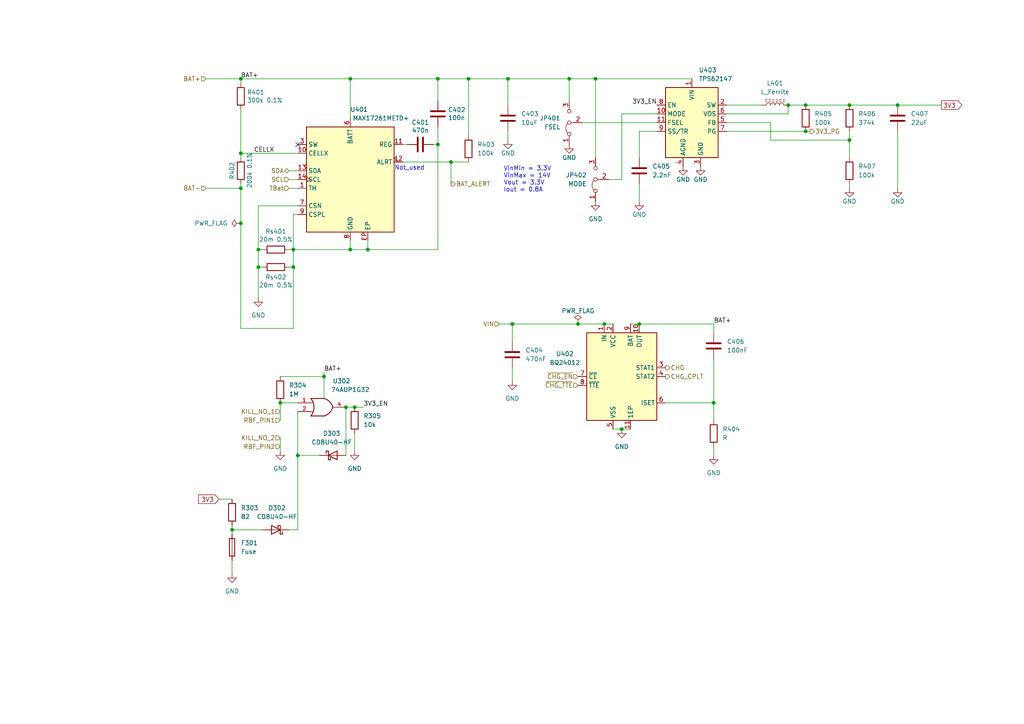
<source format=kicad_sch>
(kicad_sch (version 20211123) (generator eeschema)
  (paper "A4")
  (lib_symbols
    (symbol "74xGxx:74AUP1G32" (pin_names (offset 1.016))
      (property "Reference" "U" (at -2.54 3.81 0))
      (property "Value" "74AUP1G32" (at 0 -3.81 0))
      (symbol "74AUP1G32_0_1"
        (arc (start -3.81 -2.54) (mid -2.919 0) (end -3.81 2.54) (stroke (width 0.254)))
        (arc (start 0 -2.54) (mid 1.5993 -1.6027) (end 2.54 0) (stroke (width 0.254)))
        (polyline (pts (xy -3.81 -1.27) (xy -3.175 -1.27)))
        (polyline (pts (xy -3.81 1.27) (xy -3.175 1.27)))
        (polyline (pts (xy 0 -2.54) (xy -3.81 -2.54)) (stroke (width 0.254)) (fill (type background)))
        (polyline (pts (xy 0 2.54) (xy -3.81 2.54)) (stroke (width 0.254)) (fill (type background)))
        (arc (start 2.54 0) (mid 1.6119 1.6152) (end 0 2.54) (stroke (width 0.254)))
      )
      (symbol "74AUP1G32_1_1"
        (pin input line (at -7.62 1.27 0) (length 3.81) (name "~") (number "1"))
        (pin input line (at -7.62 -1.27 0) (length 3.81) (name "~") (number "2"))
        (pin power_in line (at 0 -2.54 270) (length 0) hide (name "GND") (number "3"))
        (pin output line (at 6.35 0 180) (length 3.81) (name "~") (number "4"))
        (pin power_in line (at 0 2.54 90) (length 0) hide (name "VCC") (number "5"))
      )
    )
    (symbol "Device:C" (pin_numbers hide) (pin_names (offset 0.254))
      (property "Reference" "C" (at 0.635 2.54 0))
      (property "Value" "C" (at 0.635 -2.54 0))
      (symbol "C_0_1"
        (polyline (pts (xy -2.032 -0.762) (xy 2.032 -0.762)) (stroke (width 0.508)))
        (polyline (pts (xy -2.032 0.762) (xy 2.032 0.762)) (stroke (width 0.508)))
      )
      (symbol "C_1_1"
        (pin passive line (at 0 3.81 270) (length 2.794) (name "~") (number "1"))
        (pin passive line (at 0 -3.81 90) (length 2.794) (name "~") (number "2"))
      )
    )
    (symbol "Device:Fuse" (pin_numbers hide) (pin_names (offset 0))
      (property "Reference" "F" (at 2.032 0 90))
      (property "Value" "Fuse" (at -1.905 0 90))
      (symbol "Fuse_0_1"
        (rectangle (start -0.762 -2.54) (end 0.762 2.54) (stroke (width 0.254)))
        (polyline (pts (xy 0 2.54) (xy 0 -2.54)))
      )
      (symbol "Fuse_1_1"
        (pin passive line (at 0 3.81 270) (length 1.27) (name "~") (number "1"))
        (pin passive line (at 0 -3.81 90) (length 1.27) (name "~") (number "2"))
      )
    )
    (symbol "Device:L_Ferrite" (pin_numbers hide) (pin_names (offset 1.016) hide)
      (property "Reference" "L" (at -1.27 0 90))
      (property "Value" "L_Ferrite" (at 2.794 0 90))
      (symbol "L_Ferrite_0_1"
        (arc (start 0 -2.54) (mid 0.635 -1.905) (end 0 -1.27))
        (arc (start 0 -1.27) (mid 0.635 -0.635) (end 0 0))
        (polyline (pts (xy 1.016 -2.794) (xy 1.016 -2.286)))
        (polyline (pts (xy 1.016 -1.778) (xy 1.016 -1.27)))
        (polyline (pts (xy 1.016 -0.762) (xy 1.016 -0.254)))
        (polyline (pts (xy 1.016 0.254) (xy 1.016 0.762)))
        (polyline (pts (xy 1.016 1.27) (xy 1.016 1.778)))
        (polyline (pts (xy 1.016 2.286) (xy 1.016 2.794)))
        (polyline (pts (xy 1.524 -2.286) (xy 1.524 -2.794)))
        (polyline (pts (xy 1.524 -1.27) (xy 1.524 -1.778)))
        (polyline (pts (xy 1.524 -0.254) (xy 1.524 -0.762)))
        (polyline (pts (xy 1.524 0.762) (xy 1.524 0.254)))
        (polyline (pts (xy 1.524 1.778) (xy 1.524 1.27)))
        (polyline (pts (xy 1.524 2.794) (xy 1.524 2.286)))
        (arc (start 0 0) (mid 0.635 0.635) (end 0 1.27))
        (arc (start 0 1.27) (mid 0.635 1.905) (end 0 2.54))
      )
      (symbol "L_Ferrite_1_1"
        (pin passive line (at 0 3.81 270) (length 1.27) (name "1") (number "1"))
        (pin passive line (at 0 -3.81 90) (length 1.27) (name "2") (number "2"))
      )
    )
    (symbol "Device:R" (pin_numbers hide) (pin_names (offset 0))
      (property "Reference" "R" (at 2.032 0 90))
      (property "Value" "R" (at 0 0 90))
      (symbol "R_0_1"
        (rectangle (start -1.016 -2.54) (end 1.016 2.54) (stroke (width 0.254)))
      )
      (symbol "R_1_1"
        (pin passive line (at 0 3.81 270) (length 1.27) (name "~") (number "1"))
        (pin passive line (at 0 -3.81 90) (length 1.27) (name "~") (number "2"))
      )
    )
    (symbol "Jumper:Jumper_3_Bridged12" (pin_names (offset 0) hide)
      (property "Reference" "JP" (at -2.54 -2.54 0))
      (property "Value" "Jumper_3_Bridged12" (at 0 2.794 0))
      (symbol "Jumper_3_Bridged12_0_0"
        (circle (center -3.302 0) (radius 0.508))
        (circle (center 0 0) (radius 0.508))
        (circle (center 3.302 0) (radius 0.508))
      )
      (symbol "Jumper_3_Bridged12_0_1"
        (arc (start -0.254 0.508) (mid -1.651 0.9912) (end -3.048 0.508))
        (polyline (pts (xy 0 -1.27) (xy 0 -0.508)))
      )
      (symbol "Jumper_3_Bridged12_1_1"
        (pin passive line (at -6.35 0 0) (length 2.54) (name "A") (number "1"))
        (pin passive line (at 0 -3.81 90) (length 2.54) (name "C") (number "2"))
        (pin passive line (at 6.35 0 180) (length 2.54) (name "B") (number "3"))
      )
    )
    (symbol "lsf-kicad:BQ24013"
      (property "Reference" "U401" (at -16.51 4.3307 0))
      (property "Value" "BQ24013" (at -16.51 1.7907 0))
      (symbol "BQ24013_0_1"
        (rectangle (start -10.16 12.7) (end 10.16 -12.7) (stroke (width 0.254)) (fill (type background)))
      )
      (symbol "BQ24013_1_1"
        (pin power_in line (at -5.08 15.24 270) (length 2.54) (name "IN") (number "1"))
        (pin power_out line (at 5.08 15.24 270) (length 2.54) (name "OUT") (number "10"))
        (pin passive line (at 2.54 -15.24 90) (length 2.54) (name "1EP") (number "11"))
        (pin power_in line (at -2.54 15.24 270) (length 2.54) (name "VCC") (number "2"))
        (pin open_collector line (at 12.7 2.54 180) (length 2.54) (name "STAT1") (number "3"))
        (pin open_collector line (at 12.7 0 180) (length 2.54) (name "STAT2") (number "4"))
        (pin power_in line (at -2.54 -15.24 90) (length 2.54) (name "VSS") (number "5"))
        (pin output line (at 12.7 -7.62 180) (length 2.54) (name "ISET") (number "6"))
        (pin input line (at -12.7 0 0) (length 2.54) (name "~{CE}") (number "7"))
        (pin input line (at -12.7 -2.54 0) (length 2.54) (name "~{TTE}") (number "8"))
        (pin input line (at 2.54 15.24 270) (length 2.54) (name "BAT") (number "9"))
      )
    )
    (symbol "lsf-kicad:CDBU40-HF" (pin_numbers hide) (pin_names hide)
      (property "Reference" "D" (at 0.3175 6.35 0))
      (property "Value" "CDBU40-HF" (at 0.3175 3.81 0))
      (symbol "CDBU40-HF_0_1"
        (polyline (pts (xy 1.27 0) (xy -1.27 0)))
        (polyline (pts (xy 1.27 1.27) (xy 1.27 -1.27) (xy -1.27 0) (xy 1.27 1.27)) (stroke (width 0.254)))
        (polyline (pts (xy -1.905 0.635) (xy -1.905 1.27) (xy -1.27 1.27) (xy -1.27 -1.27) (xy -0.635 -1.27) (xy -0.635 -0.635)) (stroke (width 0.254)))
      )
      (symbol "CDBU40-HF_1_1"
        (pin passive line (at -3.81 0 0) (length 2.54) (name "K") (number "1"))
        (pin passive line (at 3.81 0 180) (length 2.54) (name "A") (number "2"))
      )
    )
    (symbol "lsf-kicad:MAX17261METD+"
      (property "Reference" "U" (at 0 5.08 0))
      (property "Value" "MAX17261METD+" (at 0 1.27 0))
      (symbol "MAX17261METD+_0_1"
        (rectangle (start -12.7 15.24) (end 12.7 -15.24) (stroke (width 0.254)) (fill (type background)))
      )
      (symbol "MAX17261METD+_1_1"
        (pin input line (at -15.24 -2.54 0) (length 2.54) (name "TH") (number "1"))
        (pin passive line (at -15.24 7.62 0) (length 2.54) (name "CELLX") (number "10"))
        (pin power_out line (at 15.24 10.16 180) (length 2.54) (name "REG") (number "11"))
        (pin open_collector output_low (at 15.24 5.08 180) (length 2.54) (name "ALRT") (number "12"))
        (pin bidirectional line (at -15.24 2.54 0) (length 2.54) (name "SDA") (number "13"))
        (pin input clock (at -15.24 0 0) (length 2.54) (name "SCL") (number "14"))
        (pin no_connect line (at -10.16 -17.78 90) (length 2.54) hide (name "NC") (number "2"))
        (pin output line (at -15.24 10.16 0) (length 2.54) (name "SW") (number "3"))
        (pin no_connect line (at -7.62 -17.78 90) (length 2.54) hide (name "NC") (number "4"))
        (pin no_connect line (at -5.08 -17.78 90) (length 2.54) hide (name "NC") (number "5"))
        (pin power_in line (at 0 17.78 270) (length 2.54) (name "BATT") (number "6"))
        (pin passive line (at -15.24 -7.62 0) (length 2.54) (name "CSN") (number "7"))
        (pin power_in line (at 0 -17.78 90) (length 2.54) (name "GND") (number "8"))
        (pin passive line (at -15.24 -10.16 0) (length 2.54) (name "CSPL") (number "9"))
        (pin power_in line (at 5.08 -17.78 90) (length 2.54) (name "EP") (number "EP"))
      )
    )
    (symbol "lsf-kicad:TPS62147"
      (property "Reference" "U" (at -7.62 12.7 0))
      (property "Value" "TPS62147" (at 7.62 12.7 0))
      (symbol "TPS62147_0_1"
        (rectangle (start -7.62 10.16) (end 7.62 -10.16) (stroke (width 0.254)) (fill (type background)))
      )
      (symbol "TPS62147_1_1"
        (pin power_in line (at 0 12.7 270) (length 2.54) (name "VIN") (number "1"))
        (pin input line (at -10.16 2.54 0) (length 2.54) (name "MODE") (number "10"))
        (pin input line (at -10.16 0 0) (length 2.54) (name "FSEL") (number "11"))
        (pin passive line (at 10.16 5.08 180) (length 2.54) (name "SW") (number "2"))
        (pin power_in line (at 2.54 -12.7 90) (length 2.54) (name "GND") (number "3"))
        (pin power_in line (at -2.54 -12.7 90) (length 2.54) (name "AGND") (number "4"))
        (pin input line (at 10.16 0 180) (length 2.54) (name "FB") (number "5"))
        (pin input line (at 10.16 2.54 180) (length 2.54) (name "VOS") (number "6"))
        (pin open_collector line (at 10.16 -2.54 180) (length 2.54) (name "PG") (number "7"))
        (pin input line (at -10.16 5.08 0) (length 2.54) (name "EN") (number "8"))
        (pin input line (at -10.16 -2.54 0) (length 2.54) (name "SS/TR") (number "9"))
      )
    )
    (symbol "power:GND" (power) (pin_names (offset 0))
      (property "Value" "GND" (at 0 -3.81 0))
      (symbol "GND_0_1"
        (polyline (pts (xy 0 0) (xy 0 -1.27) (xy 1.27 -1.27) (xy 0 -2.54) (xy -1.27 -1.27) (xy 0 -1.27)))
      )
      (symbol "GND_1_1"
        (pin power_in line (at 0 0 270) (length 0) hide (name "GND") (number "1"))
      )
    )
    (symbol "power:PWR_FLAG" (power) (pin_numbers hide) (pin_names (offset 0) hide)
      (property "Value" "PWR_FLAG" (at 0 3.81 0))
      (symbol "PWR_FLAG_0_0"
        (pin power_out line (at 0 0 90) (length 0) (name "pwr") (number "1"))
      )
      (symbol "PWR_FLAG_0_1"
        (polyline (pts (xy 0 0) (xy 0 1.27) (xy -1.016 1.905) (xy 0 2.54) (xy 1.016 1.905) (xy 0 1.27)))
      )
    )
  )
  (junction (at 102.87 118.11))
  (junction (at 101.6 22.86))
  (junction (at 81.28 116.84))
  (junction (at 74.93 72.39))
  (junction (at 135.89 22.86))
  (junction (at 93.98 109.22))
  (junction (at 69.85 22.86))
  (junction (at 233.68 38.1))
  (junction (at 86.36 132.08))
  (junction (at 165.1 22.86))
  (junction (at 100.33 118.11))
  (junction (at 246.38 30.48))
  (junction (at 167.64 93.98))
  (junction (at 85.09 77.47))
  (junction (at 67.31 153.67))
  (junction (at 207.01 116.84))
  (junction (at 260.35 30.48))
  (junction (at 233.68 30.48))
  (junction (at 69.85 44.45))
  (junction (at 147.32 22.86))
  (junction (at 175.26 93.98))
  (junction (at 246.38 40.64))
  (junction (at 148.59 93.98))
  (junction (at 69.85 54.61))
  (junction (at 85.09 72.39))
  (junction (at 130.81 46.99))
  (junction (at 74.93 77.47))
  (junction (at 127 22.86))
  (junction (at 101.6 72.39))
  (junction (at 185.42 93.98))
  (junction (at 106.68 72.39))
  (junction (at 172.72 22.86))
  (junction (at 228.6 30.48))
  (junction (at 69.85 64.77))
  (junction (at 127 41.91))
  (junction (at 180.34 124.46))
  (no_connect (at 86.36 41.91))
  (wire (pts (xy 81.28 116.84) (xy 86.36 116.84)))
  (wire (pts (xy 223.52 40.64) (xy 246.38 40.64)))
  (wire (pts (xy 207.01 104.14) (xy 207.01 116.84)))
  (wire (pts (xy 100.33 118.11) (xy 102.87 118.11)))
  (wire (pts (xy 86.36 132.08) (xy 92.71 132.08)))
  (wire (pts (xy 81.28 127) (xy 81.28 130.81)))
  (wire (pts (xy 101.6 34.29) (xy 101.6 22.86)))
  (wire (pts (xy 167.64 93.98) (xy 175.26 93.98)))
  (wire (pts (xy 101.6 69.85) (xy 101.6 72.39)))
  (wire (pts (xy 207.01 121.92) (xy 207.01 116.84)))
  (wire (pts (xy 127 41.91) (xy 127 72.39)))
  (wire (pts (xy 246.38 30.48) (xy 233.68 30.48)))
  (wire (pts (xy 69.85 44.45) (xy 69.85 45.72)))
  (wire (pts (xy 207.01 93.98) (xy 207.01 96.52)))
  (wire (pts (xy 233.68 38.1) (xy 210.82 38.1)))
  (wire (pts (xy 69.85 64.77) (xy 69.85 95.25)))
  (wire (pts (xy 228.6 33.02) (xy 228.6 30.48)))
  (wire (pts (xy 86.36 59.69) (xy 74.93 59.69)))
  (wire (pts (xy 69.85 54.61) (xy 69.85 53.34)))
  (wire (pts (xy 165.1 22.86) (xy 165.1 29.21)))
  (wire (pts (xy 127 41.91) (xy 125.73 41.91)))
  (wire (pts (xy 106.68 72.39) (xy 127 72.39)))
  (wire (pts (xy 67.31 153.67) (xy 67.31 154.94)))
  (wire (pts (xy 185.42 93.98) (xy 207.01 93.98)))
  (wire (pts (xy 234.95 38.1) (xy 233.68 38.1)))
  (wire (pts (xy 207.01 116.84) (xy 193.04 116.84)))
  (wire (pts (xy 59.69 22.86) (xy 69.85 22.86)))
  (wire (pts (xy 210.82 30.48) (xy 220.98 30.48)))
  (wire (pts (xy 83.82 153.67) (xy 86.36 153.67)))
  (wire (pts (xy 246.38 54.61) (xy 246.38 53.34)))
  (wire (pts (xy 180.34 52.07) (xy 176.53 52.07)))
  (wire (pts (xy 67.31 153.67) (xy 76.2 153.67)))
  (wire (pts (xy 175.26 93.98) (xy 177.8 93.98)))
  (wire (pts (xy 83.82 52.07) (xy 86.36 52.07)))
  (wire (pts (xy 93.98 107.95) (xy 93.98 109.22)))
  (wire (pts (xy 86.36 62.23) (xy 85.09 62.23)))
  (wire (pts (xy 101.6 22.86) (xy 127 22.86)))
  (wire (pts (xy 116.84 41.91) (xy 118.11 41.91)))
  (wire (pts (xy 74.93 77.47) (xy 74.93 86.36)))
  (wire (pts (xy 246.38 40.64) (xy 246.38 38.1)))
  (wire (pts (xy 135.89 22.86) (xy 135.89 39.37)))
  (wire (pts (xy 69.85 54.61) (xy 69.85 64.77)))
  (wire (pts (xy 76.2 77.47) (xy 74.93 77.47)))
  (wire (pts (xy 69.85 22.86) (xy 69.85 24.13)))
  (wire (pts (xy 127 22.86) (xy 135.89 22.86)))
  (wire (pts (xy 86.36 54.61) (xy 83.82 54.61)))
  (wire (pts (xy 130.81 46.99) (xy 130.81 53.34)))
  (wire (pts (xy 69.85 95.25) (xy 85.09 95.25)))
  (wire (pts (xy 106.68 72.39) (xy 101.6 72.39)))
  (wire (pts (xy 147.32 30.48) (xy 147.32 22.86)))
  (wire (pts (xy 69.85 31.75) (xy 69.85 44.45)))
  (wire (pts (xy 180.34 33.02) (xy 180.34 52.07)))
  (wire (pts (xy 116.84 46.99) (xy 130.81 46.99)))
  (wire (pts (xy 81.28 109.22) (xy 93.98 109.22)))
  (wire (pts (xy 185.42 53.34) (xy 185.42 58.42)))
  (wire (pts (xy 130.81 46.99) (xy 135.89 46.99)))
  (wire (pts (xy 147.32 22.86) (xy 165.1 22.86)))
  (wire (pts (xy 86.36 119.38) (xy 86.36 132.08)))
  (wire (pts (xy 210.82 33.02) (xy 228.6 33.02)))
  (wire (pts (xy 223.52 35.56) (xy 223.52 40.64)))
  (wire (pts (xy 63.5 144.78) (xy 67.31 144.78)))
  (wire (pts (xy 67.31 162.56) (xy 67.31 166.37)))
  (wire (pts (xy 172.72 22.86) (xy 200.66 22.86)))
  (wire (pts (xy 83.82 49.53) (xy 86.36 49.53)))
  (wire (pts (xy 148.59 93.98) (xy 167.64 93.98)))
  (wire (pts (xy 106.68 69.85) (xy 106.68 72.39)))
  (wire (pts (xy 74.93 77.47) (xy 74.93 72.39)))
  (wire (pts (xy 59.69 54.61) (xy 69.85 54.61)))
  (wire (pts (xy 144.78 93.98) (xy 148.59 93.98)))
  (wire (pts (xy 100.33 118.11) (xy 100.33 132.08)))
  (wire (pts (xy 148.59 93.98) (xy 148.59 99.06)))
  (wire (pts (xy 210.82 35.56) (xy 223.52 35.56)))
  (wire (pts (xy 260.35 30.48) (xy 273.05 30.48)))
  (wire (pts (xy 168.91 35.56) (xy 190.5 35.56)))
  (wire (pts (xy 127 41.91) (xy 127 36.83)))
  (wire (pts (xy 135.89 22.86) (xy 147.32 22.86)))
  (wire (pts (xy 190.5 38.1) (xy 185.42 38.1)))
  (wire (pts (xy 74.93 72.39) (xy 76.2 72.39)))
  (wire (pts (xy 180.34 124.46) (xy 182.88 124.46)))
  (wire (pts (xy 182.88 93.98) (xy 185.42 93.98)))
  (wire (pts (xy 67.31 152.4) (xy 67.31 153.67)))
  (wire (pts (xy 233.68 30.48) (xy 228.6 30.48)))
  (wire (pts (xy 85.09 72.39) (xy 101.6 72.39)))
  (wire (pts (xy 85.09 62.23) (xy 85.09 72.39)))
  (wire (pts (xy 102.87 125.73) (xy 102.87 130.81)))
  (wire (pts (xy 85.09 95.25) (xy 85.09 77.47)))
  (wire (pts (xy 69.85 44.45) (xy 86.36 44.45)))
  (wire (pts (xy 147.32 40.64) (xy 147.32 38.1)))
  (wire (pts (xy 246.38 40.64) (xy 246.38 45.72)))
  (wire (pts (xy 260.35 54.61) (xy 260.35 38.1)))
  (wire (pts (xy 102.87 118.11) (xy 105.41 118.11)))
  (wire (pts (xy 81.28 116.84) (xy 81.28 121.92)))
  (wire (pts (xy 246.38 30.48) (xy 260.35 30.48)))
  (wire (pts (xy 165.1 22.86) (xy 172.72 22.86)))
  (wire (pts (xy 93.98 109.22) (xy 93.98 115.57)))
  (wire (pts (xy 207.01 132.08) (xy 207.01 129.54)))
  (wire (pts (xy 177.8 124.46) (xy 180.34 124.46)))
  (wire (pts (xy 74.93 59.69) (xy 74.93 72.39)))
  (wire (pts (xy 148.59 106.68) (xy 148.59 110.49)))
  (wire (pts (xy 190.5 33.02) (xy 180.34 33.02)))
  (wire (pts (xy 127 29.21) (xy 127 22.86)))
  (wire (pts (xy 101.6 22.86) (xy 69.85 22.86)))
  (wire (pts (xy 85.09 72.39) (xy 85.09 77.47)))
  (wire (pts (xy 85.09 77.47) (xy 83.82 77.47)))
  (wire (pts (xy 185.42 38.1) (xy 185.42 45.72)))
  (wire (pts (xy 172.72 22.86) (xy 172.72 45.72)))
  (wire (pts (xy 83.82 72.39) (xy 85.09 72.39)))
  (wire (pts (xy 86.36 132.08) (xy 86.36 153.67)))
  (text "Not_used" (at 123.19 49.53 180) (effects (font (size 1.27 1.27)) (justify right bottom)))
  (text "VinMin = 3.3V\nVinMax = 14V\nVout = 3.3V\nIout = 0.8A" (at 146.05 55.88 0) (effects (font (size 1.27 1.27)) (justify left bottom)))
  (label "BAT+" (at 93.98 107.95 0))
  (label "3V3_EN" (at 190.5 30.48 180))
  (label "BAT+" (at 207.01 93.98 0))
  (label "BAT+" (at 69.85 22.86 0))
  (label "3V3_EN" (at 105.41 118.11 0))
  (label "CELLX" (at 73.66 44.45 0))
  (global_label "3V3" (shape output) (at 273.05 30.48 0) (property "Intersheet References" "${INTERSHEET_REFS}" (effects hide)))
  (global_label "3V3" (shape input) (at 63.5 144.78 180) (property "Intersheet References" "${INTERSHEET_REFS}" (effects hide)))
  (hierarchical_label "RBF_PIN2" (shape input) (at 81.28 129.54 180))
  (hierarchical_label "KILL_NO_2" (shape input) (at 81.28 127 180))
  (hierarchical_label "~{CHG_EN}" (shape input) (at 167.64 109.22 180))
  (hierarchical_label "BAT+" (shape input) (at 59.69 22.86 180))
  (hierarchical_label "RBF_PIN1" (shape input) (at 81.28 121.92 180))
  (hierarchical_label "~{CHG_TTE}" (shape input) (at 167.64 111.76 180))
  (hierarchical_label "SDA" (shape bidirectional) (at 83.82 49.53 180))
  (hierarchical_label "3V3_PG" (shape output) (at 234.95 38.1 0))
  (hierarchical_label "TBat" (shape input) (at 83.82 54.61 180))
  (hierarchical_label "VIN" (shape input) (at 144.78 93.98 180))
  (hierarchical_label "CHG" (shape output) (at 193.04 106.68 0))
  (hierarchical_label "CHG_CPLT" (shape output) (at 193.04 109.22 0))
  (hierarchical_label "SCL" (shape input) (at 83.82 52.07 180))
  (hierarchical_label "BAT-" (shape input) (at 59.69 54.61 180))
  (hierarchical_label "BAT_ALERT" (shape output) (at 130.81 53.34 0))
  (hierarchical_label "KILL_NO_1" (shape input) (at 81.28 119.38 180))
  (symbol (lib_id "lsf-kicad:TPS62147") (at 200.66 35.56 0) (unit 1)
    (property "Reference" "U403" (at 202.6794 20.32 0) (effects (justify left)))
    (property "Value" "TPS62147" (at 202.6794 22.86 0) (effects (justify left)))
    (property "Footprint" "lsf-kicad-lib:Texas_RGX0011A" (effects hide))
    (property "Datasheet" "https://www.ti.com/lit/ds/symlink/tps62147.pdf" (effects hide))
    (property "Part Number" "TPS62147" (effects hide))
  )
  (symbol (lib_id "power:GND") (at 67.31 166.37 0) (unit 1)
    (property "Reference" "#PWR0114" (effects hide))
    (property "Value" "GND" (at 67.31 171.45 0))
  )
  (symbol (lib_id "Device:C") (at 185.42 49.53 0) (unit 1)
    (property "Reference" "C405" (at 189.23 48.2599 0) (effects (justify left)))
    (property "Value" "2.2nF" (at 189.23 50.7999 0) (effects (justify left)))
    (property "Footprint" "Capacitor_SMD:C_0402_1005Metric" (effects hide))
    (property "PartNumber" "GRM155R71E222KA01D" (effects hide))
    (property "Part Number" "GRM155R71E222KA01D" (effects hide))
  )
  (symbol (lib_id "Device:R") (at 207.01 125.73 0) (unit 1)
    (property "Reference" "R404" (at 209.55 124.4599 0) (effects (justify left)))
    (property "Value" "R" (at 209.55 126.9999 0) (effects (justify left)))
    (property "Footprint" "Resistor_SMD:R_0402_1005Metric" (effects hide))
  )
  (symbol (lib_id "Device:C") (at 148.59 102.87 0) (unit 1)
    (property "Reference" "C404" (at 152.4 101.5999 0) (effects (justify left)))
    (property "Value" "470nF" (at 152.4 104.1399 0) (effects (justify left)))
    (property "Footprint" "Capacitor_SMD:C_0402_1005Metric" (effects hide))
  )
  (symbol (lib_id "power:GND") (at 165.1 41.91 0) (unit 1)
    (property "Reference" "#PWR0404" (effects hide))
    (property "Value" "GND" (at 165.1 45.72 0))
  )
  (symbol (lib_id "Device:R") (at 80.01 72.39 270) (unit 1)
    (property "Reference" "Rs401" (at 80.01 67.1322 90))
    (property "Value" "20m 0.5%" (at 80.01 69.4436 90))
    (property "Footprint" "Resistor_SMD:R_0402_1005Metric" (effects hide))
    (property "Part Number" "PE0402FRF070R02L" (effects hide))
    (property "PartNumber" "PE0603FRF070R02L" (effects hide))
  )
  (symbol (lib_id "Device:C") (at 207.01 100.33 0) (unit 1)
    (property "Reference" "C406" (at 210.82 99.0599 0) (effects (justify left)))
    (property "Value" "100nF" (at 210.82 101.5999 0) (effects (justify left)))
    (property "Footprint" "Capacitor_SMD:C_0402_1005Metric" (effects hide))
  )
  (symbol (lib_id "Jumper:Jumper_3_Bridged12") (at 165.1 35.56 90) (unit 1)
    (property "Reference" "JP401" (at 162.56 34.2899 90) (effects (justify left)))
    (property "Value" "FSEL" (at 162.56 36.8299 90) (effects (justify left)))
    (property "Footprint" "Jumper:SolderJumper-3_P1.3mm_Bridged2Bar12_Pad1.0x1.5mm_NumberLabels" (effects hide))
  )
  (symbol (lib_id "Device:R") (at 81.28 113.03 0) (unit 1)
    (property "Reference" "R304" (at 83.82 111.7599 0) (effects (justify left)))
    (property "Value" "1M" (at 83.82 114.2999 0) (effects (justify left)))
    (property "Footprint" "Resistor_SMD:R_0402_1005Metric" (effects hide))
  )
  (symbol (lib_id "power:PWR_FLAG") (at 167.64 93.98 0) (unit 1)
    (property "Reference" "#FLG0402" (effects hide))
    (property "Value" "PWR_FLAG" (at 167.64 90.17 0))
  )
  (symbol (lib_id "Device:R") (at 233.68 34.29 0) (unit 1)
    (property "Reference" "R405" (at 236.22 33.0199 0) (effects (justify left)))
    (property "Value" "100k" (at 236.22 35.5599 0) (effects (justify left)))
    (property "Footprint" "Resistor_SMD:R_0402_1005Metric" (effects hide))
    (property "Part Number" "CRCW0402100KFKED" (effects hide))
  )
  (symbol (lib_id "power:GND") (at 185.42 58.42 0) (unit 1)
    (property "Reference" "#PWR0407" (effects hide))
    (property "Value" "GND" (at 185.42 62.23 0))
  )
  (symbol (lib_id "power:GND") (at 180.34 124.46 0) (unit 1)
    (property "Reference" "#PWR0406" (effects hide))
    (property "Value" "GND" (at 180.34 129.54 0))
  )
  (symbol (lib_id "Jumper:Jumper_3_Bridged12") (at 172.72 52.07 90) (unit 1)
    (property "Reference" "JP402" (at 170.18 50.7999 90) (effects (justify left)))
    (property "Value" "MODE" (at 170.18 53.3399 90) (effects (justify left)))
    (property "Footprint" "Jumper:SolderJumper-3_P1.3mm_Bridged2Bar12_Pad1.0x1.5mm_NumberLabels" (effects hide))
  )
  (symbol (lib_id "power:GND") (at 81.28 130.81 0) (unit 1)
    (property "Reference" "#PWR0112" (effects hide))
    (property "Value" "GND" (at 81.28 135.89 0))
  )
  (symbol (lib_id "Device:C") (at 260.35 34.29 0) (unit 1)
    (property "Reference" "C407" (at 264.16 33.0199 0) (effects (justify left)))
    (property "Value" "22uF" (at 264.16 35.5599 0) (effects (justify left)))
    (property "Footprint" "Capacitor_SMD:C_0603_1608Metric" (effects hide))
    (property "Part Number" "GRM188R60J226MEA0D" (effects hide))
  )
  (symbol (lib_id "lsf-kicad:MAX17261METD+") (at 101.6 52.07 0) (unit 1)
    (property "Reference" "U401" (at 104.14 31.75 0))
    (property "Value" "MAX17261METD+" (at 110.49 34.29 0))
    (property "Footprint" "lsf-kicad-lib:TDFN-14-1EP_3x3mm_P0.4mm_EP1.7x2.3mm" (effects hide))
    (property "Datasheet" "https://datasheets.maximintegrated.com/en/ds/MAX17261.pdf" (effects hide))
    (property "Part Number" "MAX17261METD+" (effects hide))
    (property "PartNumber" "MAX17261METD+" (effects hide))
  )
  (symbol (lib_id "Device:R") (at 246.38 49.53 0) (unit 1)
    (property "Reference" "R407" (at 248.92 48.2599 0) (effects (justify left)))
    (property "Value" "100k" (at 248.92 50.7999 0) (effects (justify left)))
    (property "Footprint" "Resistor_SMD:R_0402_1005Metric" (effects hide))
    (property "Part Number" "CRCW0402100KFKED" (effects hide))
  )
  (symbol (lib_id "Device:R") (at 67.31 148.59 0) (unit 1)
    (property "Reference" "R303" (at 69.85 147.3199 0) (effects (justify left)))
    (property "Value" "82" (at 69.85 149.8599 0) (effects (justify left)))
    (property "Footprint" "Resistor_SMD:R_0402_1005Metric" (effects hide))
  )
  (symbol (lib_id "power:GND") (at 207.01 132.08 0) (unit 1)
    (property "Reference" "#PWR0410" (effects hide))
    (property "Value" "GND" (at 207.01 137.16 0))
  )
  (symbol (lib_id "Device:L_Ferrite") (at 224.79 30.48 90) (unit 1)
    (property "Reference" "L401" (at 224.79 24.13 90))
    (property "Value" "L_Ferrite" (at 224.79 26.67 90))
    (property "Footprint" "Inductor_SMD:L_Vishay_IHLP-1212" (effects hide))
    (property "Part Number" "IHLP1212BZER1R0M11" (effects hide))
  )
  (symbol (lib_id "lsf-kicad:CDBU40-HF") (at 80.01 153.67 180) (unit 1)
    (property "Reference" "D302" (at 80.3275 147.32 0))
    (property "Value" "CDBU40-HF" (at 80.3275 149.86 0))
    (property "Footprint" "Diode_SMD:D_0603_1608Metric" (effects hide))
    (property "Datasheet" "https://www.comchiptech.com/admin/files/product/QW-G1012-CDBU40-HF-RevA321692.pdf" (effects hide))
  )
  (symbol (lib_id "power:GND") (at 147.32 40.64 0) (unit 1)
    (property "Reference" "#PWR0402" (effects hide))
    (property "Value" "GND" (at 147.32 44.45 0))
  )
  (symbol (lib_id "Device:C") (at 121.92 41.91 90) (unit 1)
    (property "Reference" "C401" (at 121.92 35.5092 90))
    (property "Value" "470n" (at 121.92 37.8206 90))
    (property "Footprint" "Capacitor_SMD:C_0402_1005Metric" (effects hide))
    (property "Part Number" "JMK105B7474KVHF" (effects hide))
    (property "PartNumber" "JMK105B7474KVHF" (effects hide))
  )
  (symbol (lib_id "74xGxx:74AUP1G32") (at 93.98 118.11 0) (unit 1)
    (property "Reference" "U302" (at 99.06 110.49 0))
    (property "Value" "74AUP1G32" (at 101.6 113.03 0))
    (property "Footprint" "Package_TO_SOT_SMD:SOT-353_SC-70-5" (effects hide))
    (property "Datasheet" "https://eu.mouser.com/datasheet/2/916/74AUP1G32_Q100-1597633.pdf" (effects hide))
  )
  (symbol (lib_id "Device:C") (at 147.32 34.29 0) (unit 1)
    (property "Reference" "C403" (at 151.13 33.0199 0) (effects (justify left)))
    (property "Value" "10uF" (at 151.13 35.5599 0) (effects (justify left)))
    (property "Footprint" "Capacitor_SMD:C_1206_3216Metric" (effects hide))
    (property "PartNumber" "GRM31CR61C106KA88L" (effects hide))
    (property "Part Number" "GRM31CR61C106KA88L" (effects hide))
  )
  (symbol (lib_id "power:GND") (at 172.72 58.42 0) (unit 1)
    (property "Reference" "#PWR0405" (effects hide))
    (property "Value" "GND" (at 172.72 63.5 0))
  )
  (symbol (lib_id "power:GND") (at 198.12 48.26 0) (unit 1)
    (property "Reference" "#PWR0408" (effects hide))
    (property "Value" "GND" (at 198.12 52.07 0))
  )
  (symbol (lib_id "Device:R") (at 69.85 49.53 0) (unit 1)
    (property "Reference" "R402" (at 67.31 52.07 90) (effects (justify left)))
    (property "Value" "200k 0.1%" (at 72.39 54.61 90) (effects (justify left)))
    (property "Footprint" "Resistor_SMD:R_0402_1005Metric" (effects hide))
    (property "Part Number" "RN73H1ETTP2003B25" (effects hide))
    (property "PartNumber" "RN73H1ETTP2003B25" (effects hide))
  )
  (symbol (lib_id "Device:R") (at 80.01 77.47 270) (unit 1)
    (property "Reference" "Rs402" (at 80.01 80.391 90))
    (property "Value" "20m 0.5%" (at 80.01 82.7024 90))
    (property "Footprint" "Resistor_SMD:R_0402_1005Metric" (effects hide))
    (property "Part Number" "PE0402FRF070R02L" (effects hide))
    (property "PartNumber" "PE0603FRF070R02L" (effects hide))
  )
  (symbol (lib_id "Device:Fuse") (at 67.31 158.75 0) (unit 1)
    (property "Reference" "F301" (at 69.85 157.4799 0) (effects (justify left)))
    (property "Value" "Fuse" (at 69.85 160.0199 0) (effects (justify left)))
    (property "Footprint" "Fuse:Fuse_0603_1608Metric" (effects hide))
  )
  (symbol (lib_id "Device:R") (at 135.89 43.18 180) (unit 1)
    (property "Reference" "R403" (at 138.43 41.9099 0) (effects (justify right)))
    (property "Value" "100k" (at 138.43 44.4499 0) (effects (justify right)))
    (property "Footprint" "Resistor_SMD:R_0402_1005Metric" (effects hide))
  )
  (symbol (lib_id "Device:R") (at 246.38 34.29 0) (unit 1)
    (property "Reference" "R406" (at 248.92 33.0199 0) (effects (justify left)))
    (property "Value" "374k" (at 248.92 35.5599 0) (effects (justify left)))
    (property "Footprint" "Resistor_SMD:R_0402_1005Metric" (effects hide))
    (property "Part Number" "CRCW0402374KFKED" (effects hide))
  )
  (symbol (lib_id "Device:R") (at 69.85 27.94 0) (unit 1)
    (property "Reference" "R401" (at 71.628 26.7716 0) (effects (justify left)))
    (property "Value" "300k 0.1%" (at 71.628 29.083 0) (effects (justify left)))
    (property "Footprint" "Resistor_SMD:R_0402_1005Metric" (effects hide))
    (property "Part Number" "MCS0402MD3003BE000" (effects hide))
    (property "PartNumber" "MCS0402MD3003BE000" (effects hide))
  )
  (symbol (lib_id "lsf-kicad:CDBU40-HF") (at 96.52 132.08 0) (unit 1)
    (property "Reference" "D303" (at 96.2025 125.73 0))
    (property "Value" "CDBU40-HF" (at 96.2025 128.27 0))
    (property "Footprint" "Diode_SMD:D_0603_1608Metric" (effects hide))
    (property "Datasheet" "https://www.comchiptech.com/admin/files/product/QW-G1012-CDBU40-HF-RevA321692.pdf" (effects hide))
  )
  (symbol (lib_id "power:GND") (at 260.35 54.61 0) (unit 1)
    (property "Reference" "#PWR0412" (effects hide))
    (property "Value" "GND" (at 260.35 58.42 0))
  )
  (symbol (lib_id "Device:C") (at 127 33.02 0) (unit 1)
    (property "Reference" "C402" (at 129.921 31.8516 0) (effects (justify left)))
    (property "Value" "100n" (at 129.921 34.163 0) (effects (justify left)))
    (property "Footprint" "Capacitor_SMD:C_0402_1005Metric" (effects hide))
    (property "Part Number" "CGA2B1X7R1C104K050BC" (effects hide))
    (property "PartNumber" "CGA2B1X7R1C104K050BC" (effects hide))
  )
  (symbol (lib_id "Device:R") (at 102.87 121.92 0) (unit 1)
    (property "Reference" "R305" (at 105.41 120.6499 0) (effects (justify left)))
    (property "Value" "10k" (at 105.41 123.1899 0) (effects (justify left)))
    (property "Footprint" "Resistor_SMD:R_0402_1005Metric" (effects hide))
  )
  (symbol (lib_id "lsf-kicad:BQ24013") (at 180.34 109.22 0) (unit 1)
    (property "Reference" "U402" (at 163.83 102.6412 0))
    (property "Value" "BQ24012" (at 163.83 105.1812 0))
    (property "Footprint" "Package_SON:Texas_DRC0010J_ThermalVias" (effects hide))
    (property "Datasheet" "http://www.ti.com/lit/ds/symlink/bq24012.pdf" (effects hide))
  )
  (symbol (lib_id "power:PWR_FLAG") (at 69.85 64.77 90) (unit 1)
    (property "Reference" "#FLG0401" (effects hide))
    (property "Value" "PWR_FLAG" (at 66.04 64.7699 90) (effects (justify left)))
  )
  (symbol (lib_id "power:GND") (at 246.38 54.61 0) (unit 1)
    (property "Reference" "#PWR0411" (effects hide))
    (property "Value" "GND" (at 246.38 58.42 0))
  )
  (symbol (lib_id "power:GND") (at 148.59 110.49 0) (unit 1)
    (property "Reference" "#PWR0403" (effects hide))
    (property "Value" "GND" (at 148.59 115.57 0))
  )
  (symbol (lib_id "power:GND") (at 74.93 86.36 0) (unit 1)
    (property "Reference" "#PWR0401" (effects hide))
    (property "Value" "GND" (at 74.93 91.44 0))
  )
  (symbol (lib_id "power:GND") (at 102.87 130.81 0) (unit 1)
    (property "Reference" "#PWR0113" (effects hide))
    (property "Value" "GND" (at 102.87 135.89 0))
  )
  (symbol (lib_id "power:GND") (at 203.2 48.26 0) (unit 1)
    (property "Reference" "#PWR0409" (effects hide))
    (property "Value" "GND" (at 203.2 52.07 0))
  )
)
</source>
